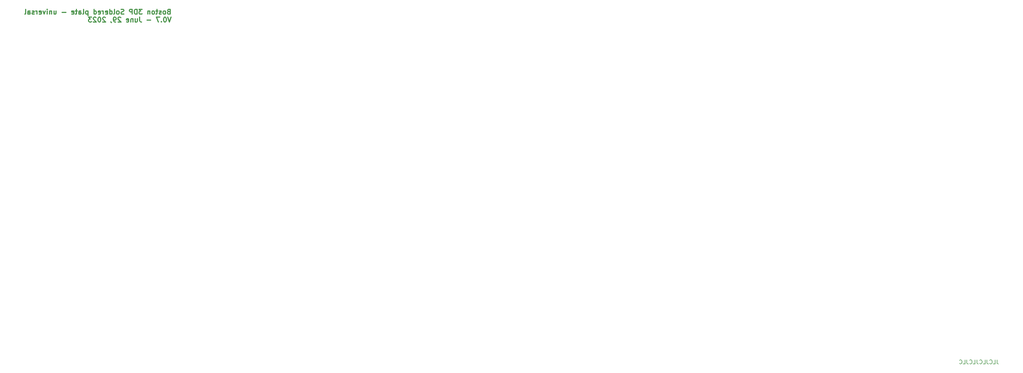
<source format=gbr>
%TF.GenerationSoftware,KiCad,Pcbnew,7.0.5*%
%TF.CreationDate,2023-06-29T00:41:08-04:00*%
%TF.ProjectId,3DP-FR4-plate-top-reset-cutout,3344502d-4652-4342-9d70-6c6174652d74,rev?*%
%TF.SameCoordinates,Original*%
%TF.FileFunction,Legend,Bot*%
%TF.FilePolarity,Positive*%
%FSLAX46Y46*%
G04 Gerber Fmt 4.6, Leading zero omitted, Abs format (unit mm)*
G04 Created by KiCad (PCBNEW 7.0.5) date 2023-06-29 00:41:08*
%MOMM*%
%LPD*%
G01*
G04 APERTURE LIST*
%ADD10C,0.200000*%
%ADD11C,0.300000*%
G04 APERTURE END LIST*
D10*
X365542858Y-158344742D02*
X365542858Y-159201885D01*
X365542858Y-159201885D02*
X365600001Y-159373314D01*
X365600001Y-159373314D02*
X365714287Y-159487600D01*
X365714287Y-159487600D02*
X365885715Y-159544742D01*
X365885715Y-159544742D02*
X366000001Y-159544742D01*
X364400001Y-159544742D02*
X364971429Y-159544742D01*
X364971429Y-159544742D02*
X364971429Y-158344742D01*
X363314286Y-159430457D02*
X363371429Y-159487600D01*
X363371429Y-159487600D02*
X363542857Y-159544742D01*
X363542857Y-159544742D02*
X363657143Y-159544742D01*
X363657143Y-159544742D02*
X363828572Y-159487600D01*
X363828572Y-159487600D02*
X363942857Y-159373314D01*
X363942857Y-159373314D02*
X364000000Y-159259028D01*
X364000000Y-159259028D02*
X364057143Y-159030457D01*
X364057143Y-159030457D02*
X364057143Y-158859028D01*
X364057143Y-158859028D02*
X364000000Y-158630457D01*
X364000000Y-158630457D02*
X363942857Y-158516171D01*
X363942857Y-158516171D02*
X363828572Y-158401885D01*
X363828572Y-158401885D02*
X363657143Y-158344742D01*
X363657143Y-158344742D02*
X363542857Y-158344742D01*
X363542857Y-158344742D02*
X363371429Y-158401885D01*
X363371429Y-158401885D02*
X363314286Y-158459028D01*
X362457143Y-158344742D02*
X362457143Y-159201885D01*
X362457143Y-159201885D02*
X362514286Y-159373314D01*
X362514286Y-159373314D02*
X362628572Y-159487600D01*
X362628572Y-159487600D02*
X362800000Y-159544742D01*
X362800000Y-159544742D02*
X362914286Y-159544742D01*
X361314286Y-159544742D02*
X361885714Y-159544742D01*
X361885714Y-159544742D02*
X361885714Y-158344742D01*
X360228571Y-159430457D02*
X360285714Y-159487600D01*
X360285714Y-159487600D02*
X360457142Y-159544742D01*
X360457142Y-159544742D02*
X360571428Y-159544742D01*
X360571428Y-159544742D02*
X360742857Y-159487600D01*
X360742857Y-159487600D02*
X360857142Y-159373314D01*
X360857142Y-159373314D02*
X360914285Y-159259028D01*
X360914285Y-159259028D02*
X360971428Y-159030457D01*
X360971428Y-159030457D02*
X360971428Y-158859028D01*
X360971428Y-158859028D02*
X360914285Y-158630457D01*
X360914285Y-158630457D02*
X360857142Y-158516171D01*
X360857142Y-158516171D02*
X360742857Y-158401885D01*
X360742857Y-158401885D02*
X360571428Y-158344742D01*
X360571428Y-158344742D02*
X360457142Y-158344742D01*
X360457142Y-158344742D02*
X360285714Y-158401885D01*
X360285714Y-158401885D02*
X360228571Y-158459028D01*
X359371428Y-158344742D02*
X359371428Y-159201885D01*
X359371428Y-159201885D02*
X359428571Y-159373314D01*
X359428571Y-159373314D02*
X359542857Y-159487600D01*
X359542857Y-159487600D02*
X359714285Y-159544742D01*
X359714285Y-159544742D02*
X359828571Y-159544742D01*
X358228571Y-159544742D02*
X358799999Y-159544742D01*
X358799999Y-159544742D02*
X358799999Y-158344742D01*
X357142856Y-159430457D02*
X357199999Y-159487600D01*
X357199999Y-159487600D02*
X357371427Y-159544742D01*
X357371427Y-159544742D02*
X357485713Y-159544742D01*
X357485713Y-159544742D02*
X357657142Y-159487600D01*
X357657142Y-159487600D02*
X357771427Y-159373314D01*
X357771427Y-159373314D02*
X357828570Y-159259028D01*
X357828570Y-159259028D02*
X357885713Y-159030457D01*
X357885713Y-159030457D02*
X357885713Y-158859028D01*
X357885713Y-158859028D02*
X357828570Y-158630457D01*
X357828570Y-158630457D02*
X357771427Y-158516171D01*
X357771427Y-158516171D02*
X357657142Y-158401885D01*
X357657142Y-158401885D02*
X357485713Y-158344742D01*
X357485713Y-158344742D02*
X357371427Y-158344742D01*
X357371427Y-158344742D02*
X357199999Y-158401885D01*
X357199999Y-158401885D02*
X357142856Y-158459028D01*
X356285713Y-158344742D02*
X356285713Y-159201885D01*
X356285713Y-159201885D02*
X356342856Y-159373314D01*
X356342856Y-159373314D02*
X356457142Y-159487600D01*
X356457142Y-159487600D02*
X356628570Y-159544742D01*
X356628570Y-159544742D02*
X356742856Y-159544742D01*
X355142856Y-159544742D02*
X355714284Y-159544742D01*
X355714284Y-159544742D02*
X355714284Y-158344742D01*
X354057141Y-159430457D02*
X354114284Y-159487600D01*
X354114284Y-159487600D02*
X354285712Y-159544742D01*
X354285712Y-159544742D02*
X354399998Y-159544742D01*
X354399998Y-159544742D02*
X354571427Y-159487600D01*
X354571427Y-159487600D02*
X354685712Y-159373314D01*
X354685712Y-159373314D02*
X354742855Y-159259028D01*
X354742855Y-159259028D02*
X354799998Y-159030457D01*
X354799998Y-159030457D02*
X354799998Y-158859028D01*
X354799998Y-158859028D02*
X354742855Y-158630457D01*
X354742855Y-158630457D02*
X354685712Y-158516171D01*
X354685712Y-158516171D02*
X354571427Y-158401885D01*
X354571427Y-158401885D02*
X354399998Y-158344742D01*
X354399998Y-158344742D02*
X354285712Y-158344742D01*
X354285712Y-158344742D02*
X354114284Y-158401885D01*
X354114284Y-158401885D02*
X354057141Y-158459028D01*
D11*
X111345489Y-51300114D02*
X111131203Y-51371542D01*
X111131203Y-51371542D02*
X111059774Y-51442971D01*
X111059774Y-51442971D02*
X110988346Y-51585828D01*
X110988346Y-51585828D02*
X110988346Y-51800114D01*
X110988346Y-51800114D02*
X111059774Y-51942971D01*
X111059774Y-51942971D02*
X111131203Y-52014400D01*
X111131203Y-52014400D02*
X111274060Y-52085828D01*
X111274060Y-52085828D02*
X111845489Y-52085828D01*
X111845489Y-52085828D02*
X111845489Y-50585828D01*
X111845489Y-50585828D02*
X111345489Y-50585828D01*
X111345489Y-50585828D02*
X111202632Y-50657257D01*
X111202632Y-50657257D02*
X111131203Y-50728685D01*
X111131203Y-50728685D02*
X111059774Y-50871542D01*
X111059774Y-50871542D02*
X111059774Y-51014400D01*
X111059774Y-51014400D02*
X111131203Y-51157257D01*
X111131203Y-51157257D02*
X111202632Y-51228685D01*
X111202632Y-51228685D02*
X111345489Y-51300114D01*
X111345489Y-51300114D02*
X111845489Y-51300114D01*
X110131203Y-52085828D02*
X110274060Y-52014400D01*
X110274060Y-52014400D02*
X110345489Y-51942971D01*
X110345489Y-51942971D02*
X110416917Y-51800114D01*
X110416917Y-51800114D02*
X110416917Y-51371542D01*
X110416917Y-51371542D02*
X110345489Y-51228685D01*
X110345489Y-51228685D02*
X110274060Y-51157257D01*
X110274060Y-51157257D02*
X110131203Y-51085828D01*
X110131203Y-51085828D02*
X109916917Y-51085828D01*
X109916917Y-51085828D02*
X109774060Y-51157257D01*
X109774060Y-51157257D02*
X109702632Y-51228685D01*
X109702632Y-51228685D02*
X109631203Y-51371542D01*
X109631203Y-51371542D02*
X109631203Y-51800114D01*
X109631203Y-51800114D02*
X109702632Y-51942971D01*
X109702632Y-51942971D02*
X109774060Y-52014400D01*
X109774060Y-52014400D02*
X109916917Y-52085828D01*
X109916917Y-52085828D02*
X110131203Y-52085828D01*
X109059774Y-52014400D02*
X108916917Y-52085828D01*
X108916917Y-52085828D02*
X108631203Y-52085828D01*
X108631203Y-52085828D02*
X108488346Y-52014400D01*
X108488346Y-52014400D02*
X108416917Y-51871542D01*
X108416917Y-51871542D02*
X108416917Y-51800114D01*
X108416917Y-51800114D02*
X108488346Y-51657257D01*
X108488346Y-51657257D02*
X108631203Y-51585828D01*
X108631203Y-51585828D02*
X108845489Y-51585828D01*
X108845489Y-51585828D02*
X108988346Y-51514400D01*
X108988346Y-51514400D02*
X109059774Y-51371542D01*
X109059774Y-51371542D02*
X109059774Y-51300114D01*
X109059774Y-51300114D02*
X108988346Y-51157257D01*
X108988346Y-51157257D02*
X108845489Y-51085828D01*
X108845489Y-51085828D02*
X108631203Y-51085828D01*
X108631203Y-51085828D02*
X108488346Y-51157257D01*
X107988345Y-51085828D02*
X107416917Y-51085828D01*
X107774060Y-50585828D02*
X107774060Y-51871542D01*
X107774060Y-51871542D02*
X107702631Y-52014400D01*
X107702631Y-52014400D02*
X107559774Y-52085828D01*
X107559774Y-52085828D02*
X107416917Y-52085828D01*
X106702631Y-52085828D02*
X106845488Y-52014400D01*
X106845488Y-52014400D02*
X106916917Y-51942971D01*
X106916917Y-51942971D02*
X106988345Y-51800114D01*
X106988345Y-51800114D02*
X106988345Y-51371542D01*
X106988345Y-51371542D02*
X106916917Y-51228685D01*
X106916917Y-51228685D02*
X106845488Y-51157257D01*
X106845488Y-51157257D02*
X106702631Y-51085828D01*
X106702631Y-51085828D02*
X106488345Y-51085828D01*
X106488345Y-51085828D02*
X106345488Y-51157257D01*
X106345488Y-51157257D02*
X106274060Y-51228685D01*
X106274060Y-51228685D02*
X106202631Y-51371542D01*
X106202631Y-51371542D02*
X106202631Y-51800114D01*
X106202631Y-51800114D02*
X106274060Y-51942971D01*
X106274060Y-51942971D02*
X106345488Y-52014400D01*
X106345488Y-52014400D02*
X106488345Y-52085828D01*
X106488345Y-52085828D02*
X106702631Y-52085828D01*
X105559774Y-51085828D02*
X105559774Y-52085828D01*
X105559774Y-51228685D02*
X105488345Y-51157257D01*
X105488345Y-51157257D02*
X105345488Y-51085828D01*
X105345488Y-51085828D02*
X105131202Y-51085828D01*
X105131202Y-51085828D02*
X104988345Y-51157257D01*
X104988345Y-51157257D02*
X104916917Y-51300114D01*
X104916917Y-51300114D02*
X104916917Y-52085828D01*
X103202631Y-50585828D02*
X102274059Y-50585828D01*
X102274059Y-50585828D02*
X102774059Y-51157257D01*
X102774059Y-51157257D02*
X102559774Y-51157257D01*
X102559774Y-51157257D02*
X102416917Y-51228685D01*
X102416917Y-51228685D02*
X102345488Y-51300114D01*
X102345488Y-51300114D02*
X102274059Y-51442971D01*
X102274059Y-51442971D02*
X102274059Y-51800114D01*
X102274059Y-51800114D02*
X102345488Y-51942971D01*
X102345488Y-51942971D02*
X102416917Y-52014400D01*
X102416917Y-52014400D02*
X102559774Y-52085828D01*
X102559774Y-52085828D02*
X102988345Y-52085828D01*
X102988345Y-52085828D02*
X103131202Y-52014400D01*
X103131202Y-52014400D02*
X103202631Y-51942971D01*
X101631203Y-52085828D02*
X101631203Y-50585828D01*
X101631203Y-50585828D02*
X101274060Y-50585828D01*
X101274060Y-50585828D02*
X101059774Y-50657257D01*
X101059774Y-50657257D02*
X100916917Y-50800114D01*
X100916917Y-50800114D02*
X100845488Y-50942971D01*
X100845488Y-50942971D02*
X100774060Y-51228685D01*
X100774060Y-51228685D02*
X100774060Y-51442971D01*
X100774060Y-51442971D02*
X100845488Y-51728685D01*
X100845488Y-51728685D02*
X100916917Y-51871542D01*
X100916917Y-51871542D02*
X101059774Y-52014400D01*
X101059774Y-52014400D02*
X101274060Y-52085828D01*
X101274060Y-52085828D02*
X101631203Y-52085828D01*
X100131203Y-52085828D02*
X100131203Y-50585828D01*
X100131203Y-50585828D02*
X99559774Y-50585828D01*
X99559774Y-50585828D02*
X99416917Y-50657257D01*
X99416917Y-50657257D02*
X99345488Y-50728685D01*
X99345488Y-50728685D02*
X99274060Y-50871542D01*
X99274060Y-50871542D02*
X99274060Y-51085828D01*
X99274060Y-51085828D02*
X99345488Y-51228685D01*
X99345488Y-51228685D02*
X99416917Y-51300114D01*
X99416917Y-51300114D02*
X99559774Y-51371542D01*
X99559774Y-51371542D02*
X100131203Y-51371542D01*
X97559774Y-52014400D02*
X97345489Y-52085828D01*
X97345489Y-52085828D02*
X96988346Y-52085828D01*
X96988346Y-52085828D02*
X96845489Y-52014400D01*
X96845489Y-52014400D02*
X96774060Y-51942971D01*
X96774060Y-51942971D02*
X96702631Y-51800114D01*
X96702631Y-51800114D02*
X96702631Y-51657257D01*
X96702631Y-51657257D02*
X96774060Y-51514400D01*
X96774060Y-51514400D02*
X96845489Y-51442971D01*
X96845489Y-51442971D02*
X96988346Y-51371542D01*
X96988346Y-51371542D02*
X97274060Y-51300114D01*
X97274060Y-51300114D02*
X97416917Y-51228685D01*
X97416917Y-51228685D02*
X97488346Y-51157257D01*
X97488346Y-51157257D02*
X97559774Y-51014400D01*
X97559774Y-51014400D02*
X97559774Y-50871542D01*
X97559774Y-50871542D02*
X97488346Y-50728685D01*
X97488346Y-50728685D02*
X97416917Y-50657257D01*
X97416917Y-50657257D02*
X97274060Y-50585828D01*
X97274060Y-50585828D02*
X96916917Y-50585828D01*
X96916917Y-50585828D02*
X96702631Y-50657257D01*
X95845489Y-52085828D02*
X95988346Y-52014400D01*
X95988346Y-52014400D02*
X96059775Y-51942971D01*
X96059775Y-51942971D02*
X96131203Y-51800114D01*
X96131203Y-51800114D02*
X96131203Y-51371542D01*
X96131203Y-51371542D02*
X96059775Y-51228685D01*
X96059775Y-51228685D02*
X95988346Y-51157257D01*
X95988346Y-51157257D02*
X95845489Y-51085828D01*
X95845489Y-51085828D02*
X95631203Y-51085828D01*
X95631203Y-51085828D02*
X95488346Y-51157257D01*
X95488346Y-51157257D02*
X95416918Y-51228685D01*
X95416918Y-51228685D02*
X95345489Y-51371542D01*
X95345489Y-51371542D02*
X95345489Y-51800114D01*
X95345489Y-51800114D02*
X95416918Y-51942971D01*
X95416918Y-51942971D02*
X95488346Y-52014400D01*
X95488346Y-52014400D02*
X95631203Y-52085828D01*
X95631203Y-52085828D02*
X95845489Y-52085828D01*
X94488346Y-52085828D02*
X94631203Y-52014400D01*
X94631203Y-52014400D02*
X94702632Y-51871542D01*
X94702632Y-51871542D02*
X94702632Y-50585828D01*
X93274061Y-52085828D02*
X93274061Y-50585828D01*
X93274061Y-52014400D02*
X93416918Y-52085828D01*
X93416918Y-52085828D02*
X93702632Y-52085828D01*
X93702632Y-52085828D02*
X93845489Y-52014400D01*
X93845489Y-52014400D02*
X93916918Y-51942971D01*
X93916918Y-51942971D02*
X93988346Y-51800114D01*
X93988346Y-51800114D02*
X93988346Y-51371542D01*
X93988346Y-51371542D02*
X93916918Y-51228685D01*
X93916918Y-51228685D02*
X93845489Y-51157257D01*
X93845489Y-51157257D02*
X93702632Y-51085828D01*
X93702632Y-51085828D02*
X93416918Y-51085828D01*
X93416918Y-51085828D02*
X93274061Y-51157257D01*
X91988346Y-52014400D02*
X92131203Y-52085828D01*
X92131203Y-52085828D02*
X92416918Y-52085828D01*
X92416918Y-52085828D02*
X92559775Y-52014400D01*
X92559775Y-52014400D02*
X92631203Y-51871542D01*
X92631203Y-51871542D02*
X92631203Y-51300114D01*
X92631203Y-51300114D02*
X92559775Y-51157257D01*
X92559775Y-51157257D02*
X92416918Y-51085828D01*
X92416918Y-51085828D02*
X92131203Y-51085828D01*
X92131203Y-51085828D02*
X91988346Y-51157257D01*
X91988346Y-51157257D02*
X91916918Y-51300114D01*
X91916918Y-51300114D02*
X91916918Y-51442971D01*
X91916918Y-51442971D02*
X92631203Y-51585828D01*
X91274061Y-52085828D02*
X91274061Y-51085828D01*
X91274061Y-51371542D02*
X91202632Y-51228685D01*
X91202632Y-51228685D02*
X91131204Y-51157257D01*
X91131204Y-51157257D02*
X90988346Y-51085828D01*
X90988346Y-51085828D02*
X90845489Y-51085828D01*
X89774061Y-52014400D02*
X89916918Y-52085828D01*
X89916918Y-52085828D02*
X90202633Y-52085828D01*
X90202633Y-52085828D02*
X90345490Y-52014400D01*
X90345490Y-52014400D02*
X90416918Y-51871542D01*
X90416918Y-51871542D02*
X90416918Y-51300114D01*
X90416918Y-51300114D02*
X90345490Y-51157257D01*
X90345490Y-51157257D02*
X90202633Y-51085828D01*
X90202633Y-51085828D02*
X89916918Y-51085828D01*
X89916918Y-51085828D02*
X89774061Y-51157257D01*
X89774061Y-51157257D02*
X89702633Y-51300114D01*
X89702633Y-51300114D02*
X89702633Y-51442971D01*
X89702633Y-51442971D02*
X90416918Y-51585828D01*
X88416919Y-52085828D02*
X88416919Y-50585828D01*
X88416919Y-52014400D02*
X88559776Y-52085828D01*
X88559776Y-52085828D02*
X88845490Y-52085828D01*
X88845490Y-52085828D02*
X88988347Y-52014400D01*
X88988347Y-52014400D02*
X89059776Y-51942971D01*
X89059776Y-51942971D02*
X89131204Y-51800114D01*
X89131204Y-51800114D02*
X89131204Y-51371542D01*
X89131204Y-51371542D02*
X89059776Y-51228685D01*
X89059776Y-51228685D02*
X88988347Y-51157257D01*
X88988347Y-51157257D02*
X88845490Y-51085828D01*
X88845490Y-51085828D02*
X88559776Y-51085828D01*
X88559776Y-51085828D02*
X88416919Y-51157257D01*
X86559776Y-51085828D02*
X86559776Y-52585828D01*
X86559776Y-51157257D02*
X86416919Y-51085828D01*
X86416919Y-51085828D02*
X86131204Y-51085828D01*
X86131204Y-51085828D02*
X85988347Y-51157257D01*
X85988347Y-51157257D02*
X85916919Y-51228685D01*
X85916919Y-51228685D02*
X85845490Y-51371542D01*
X85845490Y-51371542D02*
X85845490Y-51800114D01*
X85845490Y-51800114D02*
X85916919Y-51942971D01*
X85916919Y-51942971D02*
X85988347Y-52014400D01*
X85988347Y-52014400D02*
X86131204Y-52085828D01*
X86131204Y-52085828D02*
X86416919Y-52085828D01*
X86416919Y-52085828D02*
X86559776Y-52014400D01*
X84988347Y-52085828D02*
X85131204Y-52014400D01*
X85131204Y-52014400D02*
X85202633Y-51871542D01*
X85202633Y-51871542D02*
X85202633Y-50585828D01*
X83774062Y-52085828D02*
X83774062Y-51300114D01*
X83774062Y-51300114D02*
X83845490Y-51157257D01*
X83845490Y-51157257D02*
X83988347Y-51085828D01*
X83988347Y-51085828D02*
X84274062Y-51085828D01*
X84274062Y-51085828D02*
X84416919Y-51157257D01*
X83774062Y-52014400D02*
X83916919Y-52085828D01*
X83916919Y-52085828D02*
X84274062Y-52085828D01*
X84274062Y-52085828D02*
X84416919Y-52014400D01*
X84416919Y-52014400D02*
X84488347Y-51871542D01*
X84488347Y-51871542D02*
X84488347Y-51728685D01*
X84488347Y-51728685D02*
X84416919Y-51585828D01*
X84416919Y-51585828D02*
X84274062Y-51514400D01*
X84274062Y-51514400D02*
X83916919Y-51514400D01*
X83916919Y-51514400D02*
X83774062Y-51442971D01*
X83274061Y-51085828D02*
X82702633Y-51085828D01*
X83059776Y-50585828D02*
X83059776Y-51871542D01*
X83059776Y-51871542D02*
X82988347Y-52014400D01*
X82988347Y-52014400D02*
X82845490Y-52085828D01*
X82845490Y-52085828D02*
X82702633Y-52085828D01*
X81631204Y-52014400D02*
X81774061Y-52085828D01*
X81774061Y-52085828D02*
X82059776Y-52085828D01*
X82059776Y-52085828D02*
X82202633Y-52014400D01*
X82202633Y-52014400D02*
X82274061Y-51871542D01*
X82274061Y-51871542D02*
X82274061Y-51300114D01*
X82274061Y-51300114D02*
X82202633Y-51157257D01*
X82202633Y-51157257D02*
X82059776Y-51085828D01*
X82059776Y-51085828D02*
X81774061Y-51085828D01*
X81774061Y-51085828D02*
X81631204Y-51157257D01*
X81631204Y-51157257D02*
X81559776Y-51300114D01*
X81559776Y-51300114D02*
X81559776Y-51442971D01*
X81559776Y-51442971D02*
X82274061Y-51585828D01*
X79774062Y-51514400D02*
X78631205Y-51514400D01*
X76131205Y-51085828D02*
X76131205Y-52085828D01*
X76774062Y-51085828D02*
X76774062Y-51871542D01*
X76774062Y-51871542D02*
X76702633Y-52014400D01*
X76702633Y-52014400D02*
X76559776Y-52085828D01*
X76559776Y-52085828D02*
X76345490Y-52085828D01*
X76345490Y-52085828D02*
X76202633Y-52014400D01*
X76202633Y-52014400D02*
X76131205Y-51942971D01*
X75416919Y-51085828D02*
X75416919Y-52085828D01*
X75416919Y-51228685D02*
X75345490Y-51157257D01*
X75345490Y-51157257D02*
X75202633Y-51085828D01*
X75202633Y-51085828D02*
X74988347Y-51085828D01*
X74988347Y-51085828D02*
X74845490Y-51157257D01*
X74845490Y-51157257D02*
X74774062Y-51300114D01*
X74774062Y-51300114D02*
X74774062Y-52085828D01*
X74059776Y-52085828D02*
X74059776Y-51085828D01*
X74059776Y-50585828D02*
X74131204Y-50657257D01*
X74131204Y-50657257D02*
X74059776Y-50728685D01*
X74059776Y-50728685D02*
X73988347Y-50657257D01*
X73988347Y-50657257D02*
X74059776Y-50585828D01*
X74059776Y-50585828D02*
X74059776Y-50728685D01*
X73488347Y-51085828D02*
X73131204Y-52085828D01*
X73131204Y-52085828D02*
X72774061Y-51085828D01*
X71631204Y-52014400D02*
X71774061Y-52085828D01*
X71774061Y-52085828D02*
X72059776Y-52085828D01*
X72059776Y-52085828D02*
X72202633Y-52014400D01*
X72202633Y-52014400D02*
X72274061Y-51871542D01*
X72274061Y-51871542D02*
X72274061Y-51300114D01*
X72274061Y-51300114D02*
X72202633Y-51157257D01*
X72202633Y-51157257D02*
X72059776Y-51085828D01*
X72059776Y-51085828D02*
X71774061Y-51085828D01*
X71774061Y-51085828D02*
X71631204Y-51157257D01*
X71631204Y-51157257D02*
X71559776Y-51300114D01*
X71559776Y-51300114D02*
X71559776Y-51442971D01*
X71559776Y-51442971D02*
X72274061Y-51585828D01*
X70916919Y-52085828D02*
X70916919Y-51085828D01*
X70916919Y-51371542D02*
X70845490Y-51228685D01*
X70845490Y-51228685D02*
X70774062Y-51157257D01*
X70774062Y-51157257D02*
X70631204Y-51085828D01*
X70631204Y-51085828D02*
X70488347Y-51085828D01*
X70059776Y-52014400D02*
X69916919Y-52085828D01*
X69916919Y-52085828D02*
X69631205Y-52085828D01*
X69631205Y-52085828D02*
X69488348Y-52014400D01*
X69488348Y-52014400D02*
X69416919Y-51871542D01*
X69416919Y-51871542D02*
X69416919Y-51800114D01*
X69416919Y-51800114D02*
X69488348Y-51657257D01*
X69488348Y-51657257D02*
X69631205Y-51585828D01*
X69631205Y-51585828D02*
X69845491Y-51585828D01*
X69845491Y-51585828D02*
X69988348Y-51514400D01*
X69988348Y-51514400D02*
X70059776Y-51371542D01*
X70059776Y-51371542D02*
X70059776Y-51300114D01*
X70059776Y-51300114D02*
X69988348Y-51157257D01*
X69988348Y-51157257D02*
X69845491Y-51085828D01*
X69845491Y-51085828D02*
X69631205Y-51085828D01*
X69631205Y-51085828D02*
X69488348Y-51157257D01*
X68131205Y-52085828D02*
X68131205Y-51300114D01*
X68131205Y-51300114D02*
X68202633Y-51157257D01*
X68202633Y-51157257D02*
X68345490Y-51085828D01*
X68345490Y-51085828D02*
X68631205Y-51085828D01*
X68631205Y-51085828D02*
X68774062Y-51157257D01*
X68131205Y-52014400D02*
X68274062Y-52085828D01*
X68274062Y-52085828D02*
X68631205Y-52085828D01*
X68631205Y-52085828D02*
X68774062Y-52014400D01*
X68774062Y-52014400D02*
X68845490Y-51871542D01*
X68845490Y-51871542D02*
X68845490Y-51728685D01*
X68845490Y-51728685D02*
X68774062Y-51585828D01*
X68774062Y-51585828D02*
X68631205Y-51514400D01*
X68631205Y-51514400D02*
X68274062Y-51514400D01*
X68274062Y-51514400D02*
X68131205Y-51442971D01*
X67202633Y-52085828D02*
X67345490Y-52014400D01*
X67345490Y-52014400D02*
X67416919Y-51871542D01*
X67416919Y-51871542D02*
X67416919Y-50585828D01*
X112059774Y-53000828D02*
X111559774Y-54500828D01*
X111559774Y-54500828D02*
X111059774Y-53000828D01*
X110274060Y-53000828D02*
X110131203Y-53000828D01*
X110131203Y-53000828D02*
X109988346Y-53072257D01*
X109988346Y-53072257D02*
X109916918Y-53143685D01*
X109916918Y-53143685D02*
X109845489Y-53286542D01*
X109845489Y-53286542D02*
X109774060Y-53572257D01*
X109774060Y-53572257D02*
X109774060Y-53929400D01*
X109774060Y-53929400D02*
X109845489Y-54215114D01*
X109845489Y-54215114D02*
X109916918Y-54357971D01*
X109916918Y-54357971D02*
X109988346Y-54429400D01*
X109988346Y-54429400D02*
X110131203Y-54500828D01*
X110131203Y-54500828D02*
X110274060Y-54500828D01*
X110274060Y-54500828D02*
X110416918Y-54429400D01*
X110416918Y-54429400D02*
X110488346Y-54357971D01*
X110488346Y-54357971D02*
X110559775Y-54215114D01*
X110559775Y-54215114D02*
X110631203Y-53929400D01*
X110631203Y-53929400D02*
X110631203Y-53572257D01*
X110631203Y-53572257D02*
X110559775Y-53286542D01*
X110559775Y-53286542D02*
X110488346Y-53143685D01*
X110488346Y-53143685D02*
X110416918Y-53072257D01*
X110416918Y-53072257D02*
X110274060Y-53000828D01*
X109131204Y-54357971D02*
X109059775Y-54429400D01*
X109059775Y-54429400D02*
X109131204Y-54500828D01*
X109131204Y-54500828D02*
X109202632Y-54429400D01*
X109202632Y-54429400D02*
X109131204Y-54357971D01*
X109131204Y-54357971D02*
X109131204Y-54500828D01*
X108559775Y-53000828D02*
X107559775Y-53000828D01*
X107559775Y-53000828D02*
X108202632Y-54500828D01*
X105845490Y-53929400D02*
X104702633Y-53929400D01*
X102416918Y-53000828D02*
X102416918Y-54072257D01*
X102416918Y-54072257D02*
X102488347Y-54286542D01*
X102488347Y-54286542D02*
X102631204Y-54429400D01*
X102631204Y-54429400D02*
X102845490Y-54500828D01*
X102845490Y-54500828D02*
X102988347Y-54500828D01*
X101059776Y-53500828D02*
X101059776Y-54500828D01*
X101702633Y-53500828D02*
X101702633Y-54286542D01*
X101702633Y-54286542D02*
X101631204Y-54429400D01*
X101631204Y-54429400D02*
X101488347Y-54500828D01*
X101488347Y-54500828D02*
X101274061Y-54500828D01*
X101274061Y-54500828D02*
X101131204Y-54429400D01*
X101131204Y-54429400D02*
X101059776Y-54357971D01*
X100345490Y-53500828D02*
X100345490Y-54500828D01*
X100345490Y-53643685D02*
X100274061Y-53572257D01*
X100274061Y-53572257D02*
X100131204Y-53500828D01*
X100131204Y-53500828D02*
X99916918Y-53500828D01*
X99916918Y-53500828D02*
X99774061Y-53572257D01*
X99774061Y-53572257D02*
X99702633Y-53715114D01*
X99702633Y-53715114D02*
X99702633Y-54500828D01*
X98416918Y-54429400D02*
X98559775Y-54500828D01*
X98559775Y-54500828D02*
X98845490Y-54500828D01*
X98845490Y-54500828D02*
X98988347Y-54429400D01*
X98988347Y-54429400D02*
X99059775Y-54286542D01*
X99059775Y-54286542D02*
X99059775Y-53715114D01*
X99059775Y-53715114D02*
X98988347Y-53572257D01*
X98988347Y-53572257D02*
X98845490Y-53500828D01*
X98845490Y-53500828D02*
X98559775Y-53500828D01*
X98559775Y-53500828D02*
X98416918Y-53572257D01*
X98416918Y-53572257D02*
X98345490Y-53715114D01*
X98345490Y-53715114D02*
X98345490Y-53857971D01*
X98345490Y-53857971D02*
X99059775Y-54000828D01*
X96631204Y-53143685D02*
X96559776Y-53072257D01*
X96559776Y-53072257D02*
X96416919Y-53000828D01*
X96416919Y-53000828D02*
X96059776Y-53000828D01*
X96059776Y-53000828D02*
X95916919Y-53072257D01*
X95916919Y-53072257D02*
X95845490Y-53143685D01*
X95845490Y-53143685D02*
X95774061Y-53286542D01*
X95774061Y-53286542D02*
X95774061Y-53429400D01*
X95774061Y-53429400D02*
X95845490Y-53643685D01*
X95845490Y-53643685D02*
X96702633Y-54500828D01*
X96702633Y-54500828D02*
X95774061Y-54500828D01*
X95059776Y-54500828D02*
X94774062Y-54500828D01*
X94774062Y-54500828D02*
X94631205Y-54429400D01*
X94631205Y-54429400D02*
X94559776Y-54357971D01*
X94559776Y-54357971D02*
X94416919Y-54143685D01*
X94416919Y-54143685D02*
X94345490Y-53857971D01*
X94345490Y-53857971D02*
X94345490Y-53286542D01*
X94345490Y-53286542D02*
X94416919Y-53143685D01*
X94416919Y-53143685D02*
X94488348Y-53072257D01*
X94488348Y-53072257D02*
X94631205Y-53000828D01*
X94631205Y-53000828D02*
X94916919Y-53000828D01*
X94916919Y-53000828D02*
X95059776Y-53072257D01*
X95059776Y-53072257D02*
X95131205Y-53143685D01*
X95131205Y-53143685D02*
X95202633Y-53286542D01*
X95202633Y-53286542D02*
X95202633Y-53643685D01*
X95202633Y-53643685D02*
X95131205Y-53786542D01*
X95131205Y-53786542D02*
X95059776Y-53857971D01*
X95059776Y-53857971D02*
X94916919Y-53929400D01*
X94916919Y-53929400D02*
X94631205Y-53929400D01*
X94631205Y-53929400D02*
X94488348Y-53857971D01*
X94488348Y-53857971D02*
X94416919Y-53786542D01*
X94416919Y-53786542D02*
X94345490Y-53643685D01*
X93631205Y-54429400D02*
X93631205Y-54500828D01*
X93631205Y-54500828D02*
X93702634Y-54643685D01*
X93702634Y-54643685D02*
X93774062Y-54715114D01*
X91916919Y-53143685D02*
X91845491Y-53072257D01*
X91845491Y-53072257D02*
X91702634Y-53000828D01*
X91702634Y-53000828D02*
X91345491Y-53000828D01*
X91345491Y-53000828D02*
X91202634Y-53072257D01*
X91202634Y-53072257D02*
X91131205Y-53143685D01*
X91131205Y-53143685D02*
X91059776Y-53286542D01*
X91059776Y-53286542D02*
X91059776Y-53429400D01*
X91059776Y-53429400D02*
X91131205Y-53643685D01*
X91131205Y-53643685D02*
X91988348Y-54500828D01*
X91988348Y-54500828D02*
X91059776Y-54500828D01*
X90131205Y-53000828D02*
X89988348Y-53000828D01*
X89988348Y-53000828D02*
X89845491Y-53072257D01*
X89845491Y-53072257D02*
X89774063Y-53143685D01*
X89774063Y-53143685D02*
X89702634Y-53286542D01*
X89702634Y-53286542D02*
X89631205Y-53572257D01*
X89631205Y-53572257D02*
X89631205Y-53929400D01*
X89631205Y-53929400D02*
X89702634Y-54215114D01*
X89702634Y-54215114D02*
X89774063Y-54357971D01*
X89774063Y-54357971D02*
X89845491Y-54429400D01*
X89845491Y-54429400D02*
X89988348Y-54500828D01*
X89988348Y-54500828D02*
X90131205Y-54500828D01*
X90131205Y-54500828D02*
X90274063Y-54429400D01*
X90274063Y-54429400D02*
X90345491Y-54357971D01*
X90345491Y-54357971D02*
X90416920Y-54215114D01*
X90416920Y-54215114D02*
X90488348Y-53929400D01*
X90488348Y-53929400D02*
X90488348Y-53572257D01*
X90488348Y-53572257D02*
X90416920Y-53286542D01*
X90416920Y-53286542D02*
X90345491Y-53143685D01*
X90345491Y-53143685D02*
X90274063Y-53072257D01*
X90274063Y-53072257D02*
X90131205Y-53000828D01*
X89059777Y-53143685D02*
X88988349Y-53072257D01*
X88988349Y-53072257D02*
X88845492Y-53000828D01*
X88845492Y-53000828D02*
X88488349Y-53000828D01*
X88488349Y-53000828D02*
X88345492Y-53072257D01*
X88345492Y-53072257D02*
X88274063Y-53143685D01*
X88274063Y-53143685D02*
X88202634Y-53286542D01*
X88202634Y-53286542D02*
X88202634Y-53429400D01*
X88202634Y-53429400D02*
X88274063Y-53643685D01*
X88274063Y-53643685D02*
X89131206Y-54500828D01*
X89131206Y-54500828D02*
X88202634Y-54500828D01*
X87702635Y-53000828D02*
X86774063Y-53000828D01*
X86774063Y-53000828D02*
X87274063Y-53572257D01*
X87274063Y-53572257D02*
X87059778Y-53572257D01*
X87059778Y-53572257D02*
X86916921Y-53643685D01*
X86916921Y-53643685D02*
X86845492Y-53715114D01*
X86845492Y-53715114D02*
X86774063Y-53857971D01*
X86774063Y-53857971D02*
X86774063Y-54215114D01*
X86774063Y-54215114D02*
X86845492Y-54357971D01*
X86845492Y-54357971D02*
X86916921Y-54429400D01*
X86916921Y-54429400D02*
X87059778Y-54500828D01*
X87059778Y-54500828D02*
X87488349Y-54500828D01*
X87488349Y-54500828D02*
X87631206Y-54429400D01*
X87631206Y-54429400D02*
X87702635Y-54357971D01*
M02*

</source>
